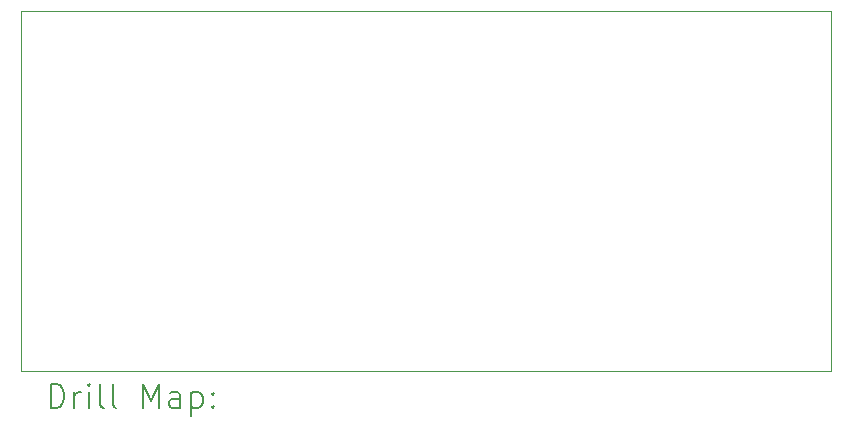
<source format=gbr>
%FSLAX45Y45*%
G04 Gerber Fmt 4.5, Leading zero omitted, Abs format (unit mm)*
G04 Created by KiCad (PCBNEW 6.0.6-3a73a75311~116~ubuntu20.04.1) date 2022-07-17 11:06:09*
%MOMM*%
%LPD*%
G01*
G04 APERTURE LIST*
%TA.AperFunction,Profile*%
%ADD10C,0.100000*%
%TD*%
%ADD11C,0.200000*%
G04 APERTURE END LIST*
D10*
X18034000Y-7366000D02*
X11176000Y-7366000D01*
X18034000Y-10414000D02*
X18034000Y-7366000D01*
X11176000Y-7366000D02*
X11176000Y-10414000D01*
X11176000Y-10414000D02*
X18034000Y-10414000D01*
D11*
X11428619Y-10729476D02*
X11428619Y-10529476D01*
X11476238Y-10529476D01*
X11504809Y-10539000D01*
X11523857Y-10558048D01*
X11533381Y-10577095D01*
X11542905Y-10615190D01*
X11542905Y-10643762D01*
X11533381Y-10681857D01*
X11523857Y-10700905D01*
X11504809Y-10719952D01*
X11476238Y-10729476D01*
X11428619Y-10729476D01*
X11628619Y-10729476D02*
X11628619Y-10596143D01*
X11628619Y-10634238D02*
X11638143Y-10615190D01*
X11647667Y-10605667D01*
X11666714Y-10596143D01*
X11685762Y-10596143D01*
X11752428Y-10729476D02*
X11752428Y-10596143D01*
X11752428Y-10529476D02*
X11742905Y-10539000D01*
X11752428Y-10548524D01*
X11761952Y-10539000D01*
X11752428Y-10529476D01*
X11752428Y-10548524D01*
X11876238Y-10729476D02*
X11857190Y-10719952D01*
X11847667Y-10700905D01*
X11847667Y-10529476D01*
X11981000Y-10729476D02*
X11961952Y-10719952D01*
X11952428Y-10700905D01*
X11952428Y-10529476D01*
X12209571Y-10729476D02*
X12209571Y-10529476D01*
X12276238Y-10672333D01*
X12342905Y-10529476D01*
X12342905Y-10729476D01*
X12523857Y-10729476D02*
X12523857Y-10624714D01*
X12514333Y-10605667D01*
X12495286Y-10596143D01*
X12457190Y-10596143D01*
X12438143Y-10605667D01*
X12523857Y-10719952D02*
X12504809Y-10729476D01*
X12457190Y-10729476D01*
X12438143Y-10719952D01*
X12428619Y-10700905D01*
X12428619Y-10681857D01*
X12438143Y-10662810D01*
X12457190Y-10653286D01*
X12504809Y-10653286D01*
X12523857Y-10643762D01*
X12619095Y-10596143D02*
X12619095Y-10796143D01*
X12619095Y-10605667D02*
X12638143Y-10596143D01*
X12676238Y-10596143D01*
X12695286Y-10605667D01*
X12704809Y-10615190D01*
X12714333Y-10634238D01*
X12714333Y-10691381D01*
X12704809Y-10710429D01*
X12695286Y-10719952D01*
X12676238Y-10729476D01*
X12638143Y-10729476D01*
X12619095Y-10719952D01*
X12800048Y-10710429D02*
X12809571Y-10719952D01*
X12800048Y-10729476D01*
X12790524Y-10719952D01*
X12800048Y-10710429D01*
X12800048Y-10729476D01*
X12800048Y-10605667D02*
X12809571Y-10615190D01*
X12800048Y-10624714D01*
X12790524Y-10615190D01*
X12800048Y-10605667D01*
X12800048Y-10624714D01*
M02*

</source>
